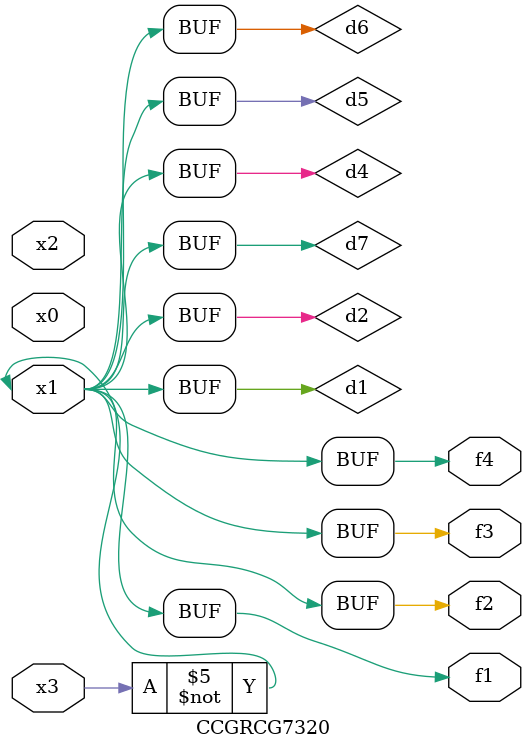
<source format=v>
module CCGRCG7320(
	input x0, x1, x2, x3,
	output f1, f2, f3, f4
);

	wire d1, d2, d3, d4, d5, d6, d7;

	not (d1, x3);
	buf (d2, x1);
	xnor (d3, d1, d2);
	nor (d4, d1);
	buf (d5, d1, d2);
	buf (d6, d4, d5);
	nand (d7, d4);
	assign f1 = d6;
	assign f2 = d7;
	assign f3 = d6;
	assign f4 = d6;
endmodule

</source>
